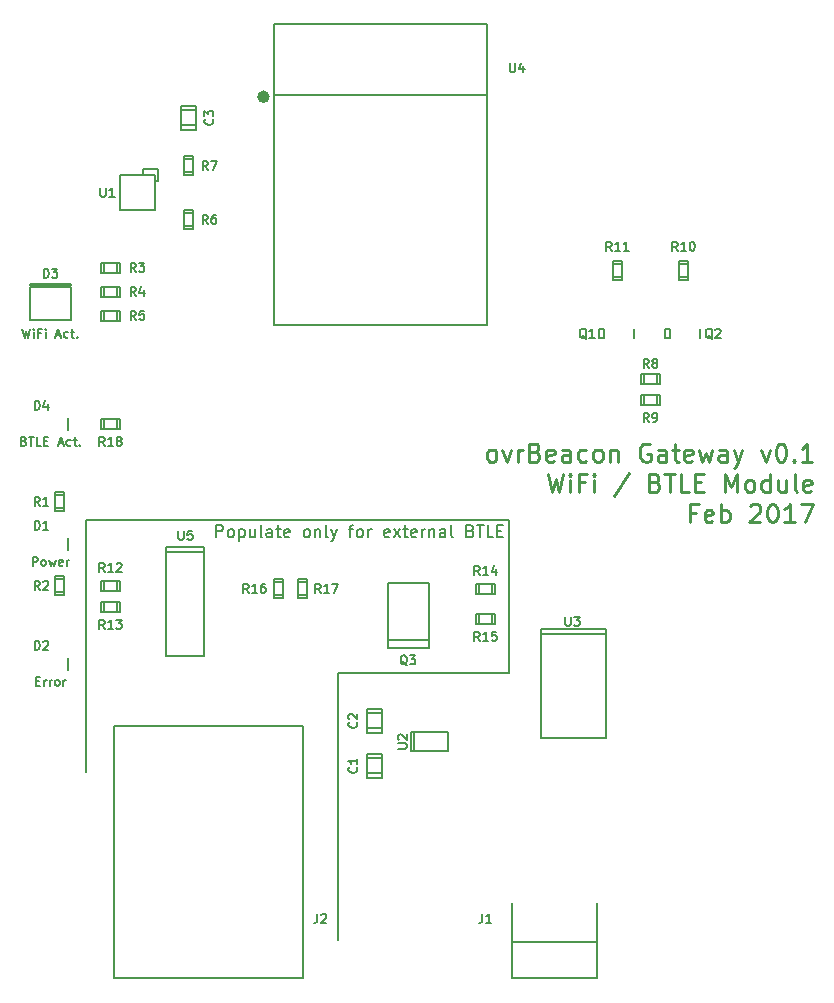
<source format=gbr>
G04 #@! TF.FileFunction,Legend,Top*
%FSLAX46Y46*%
G04 Gerber Fmt 4.6, Leading zero omitted, Abs format (unit mm)*
G04 Created by KiCad (PCBNEW 4.0.4-stable) date Friday, February 17, 2017 'PMt' 10:34:46 PM*
%MOMM*%
%LPD*%
G01*
G04 APERTURE LIST*
%ADD10C,0.100000*%
%ADD11C,0.177800*%
%ADD12C,0.200000*%
%ADD13C,0.279400*%
%ADD14C,0.190500*%
%ADD15C,0.127000*%
%ADD16C,0.150000*%
%ADD17C,0.203200*%
%ADD18C,0.500000*%
G04 APERTURE END LIST*
D10*
D11*
X113102575Y-80723619D02*
X113102575Y-79707619D01*
X113489622Y-79707619D01*
X113586384Y-79756000D01*
X113634765Y-79804381D01*
X113683146Y-79901143D01*
X113683146Y-80046286D01*
X113634765Y-80143048D01*
X113586384Y-80191429D01*
X113489622Y-80239810D01*
X113102575Y-80239810D01*
X114263718Y-80723619D02*
X114166956Y-80675238D01*
X114118575Y-80626857D01*
X114070194Y-80530095D01*
X114070194Y-80239810D01*
X114118575Y-80143048D01*
X114166956Y-80094667D01*
X114263718Y-80046286D01*
X114408860Y-80046286D01*
X114505622Y-80094667D01*
X114554003Y-80143048D01*
X114602384Y-80239810D01*
X114602384Y-80530095D01*
X114554003Y-80626857D01*
X114505622Y-80675238D01*
X114408860Y-80723619D01*
X114263718Y-80723619D01*
X115037813Y-80046286D02*
X115037813Y-81062286D01*
X115037813Y-80094667D02*
X115134575Y-80046286D01*
X115328098Y-80046286D01*
X115424860Y-80094667D01*
X115473241Y-80143048D01*
X115521622Y-80239810D01*
X115521622Y-80530095D01*
X115473241Y-80626857D01*
X115424860Y-80675238D01*
X115328098Y-80723619D01*
X115134575Y-80723619D01*
X115037813Y-80675238D01*
X116392479Y-80046286D02*
X116392479Y-80723619D01*
X115957051Y-80046286D02*
X115957051Y-80578476D01*
X116005432Y-80675238D01*
X116102194Y-80723619D01*
X116247336Y-80723619D01*
X116344098Y-80675238D01*
X116392479Y-80626857D01*
X117021432Y-80723619D02*
X116924670Y-80675238D01*
X116876289Y-80578476D01*
X116876289Y-79707619D01*
X117843907Y-80723619D02*
X117843907Y-80191429D01*
X117795526Y-80094667D01*
X117698764Y-80046286D01*
X117505241Y-80046286D01*
X117408479Y-80094667D01*
X117843907Y-80675238D02*
X117747145Y-80723619D01*
X117505241Y-80723619D01*
X117408479Y-80675238D01*
X117360098Y-80578476D01*
X117360098Y-80481714D01*
X117408479Y-80384952D01*
X117505241Y-80336571D01*
X117747145Y-80336571D01*
X117843907Y-80288190D01*
X118182574Y-80046286D02*
X118569622Y-80046286D01*
X118327717Y-79707619D02*
X118327717Y-80578476D01*
X118376098Y-80675238D01*
X118472860Y-80723619D01*
X118569622Y-80723619D01*
X119295335Y-80675238D02*
X119198573Y-80723619D01*
X119005050Y-80723619D01*
X118908288Y-80675238D01*
X118859907Y-80578476D01*
X118859907Y-80191429D01*
X118908288Y-80094667D01*
X119005050Y-80046286D01*
X119198573Y-80046286D01*
X119295335Y-80094667D01*
X119343716Y-80191429D01*
X119343716Y-80288190D01*
X118859907Y-80384952D01*
X120698383Y-80723619D02*
X120601621Y-80675238D01*
X120553240Y-80626857D01*
X120504859Y-80530095D01*
X120504859Y-80239810D01*
X120553240Y-80143048D01*
X120601621Y-80094667D01*
X120698383Y-80046286D01*
X120843525Y-80046286D01*
X120940287Y-80094667D01*
X120988668Y-80143048D01*
X121037049Y-80239810D01*
X121037049Y-80530095D01*
X120988668Y-80626857D01*
X120940287Y-80675238D01*
X120843525Y-80723619D01*
X120698383Y-80723619D01*
X121472478Y-80046286D02*
X121472478Y-80723619D01*
X121472478Y-80143048D02*
X121520859Y-80094667D01*
X121617621Y-80046286D01*
X121762763Y-80046286D01*
X121859525Y-80094667D01*
X121907906Y-80191429D01*
X121907906Y-80723619D01*
X122536859Y-80723619D02*
X122440097Y-80675238D01*
X122391716Y-80578476D01*
X122391716Y-79707619D01*
X122827144Y-80046286D02*
X123069049Y-80723619D01*
X123310953Y-80046286D02*
X123069049Y-80723619D01*
X122972287Y-80965524D01*
X122923906Y-81013905D01*
X122827144Y-81062286D01*
X124326953Y-80046286D02*
X124714001Y-80046286D01*
X124472096Y-80723619D02*
X124472096Y-79852762D01*
X124520477Y-79756000D01*
X124617239Y-79707619D01*
X124714001Y-79707619D01*
X125197810Y-80723619D02*
X125101048Y-80675238D01*
X125052667Y-80626857D01*
X125004286Y-80530095D01*
X125004286Y-80239810D01*
X125052667Y-80143048D01*
X125101048Y-80094667D01*
X125197810Y-80046286D01*
X125342952Y-80046286D01*
X125439714Y-80094667D01*
X125488095Y-80143048D01*
X125536476Y-80239810D01*
X125536476Y-80530095D01*
X125488095Y-80626857D01*
X125439714Y-80675238D01*
X125342952Y-80723619D01*
X125197810Y-80723619D01*
X125971905Y-80723619D02*
X125971905Y-80046286D01*
X125971905Y-80239810D02*
X126020286Y-80143048D01*
X126068667Y-80094667D01*
X126165429Y-80046286D01*
X126262190Y-80046286D01*
X127761999Y-80675238D02*
X127665237Y-80723619D01*
X127471714Y-80723619D01*
X127374952Y-80675238D01*
X127326571Y-80578476D01*
X127326571Y-80191429D01*
X127374952Y-80094667D01*
X127471714Y-80046286D01*
X127665237Y-80046286D01*
X127761999Y-80094667D01*
X127810380Y-80191429D01*
X127810380Y-80288190D01*
X127326571Y-80384952D01*
X128149047Y-80723619D02*
X128681237Y-80046286D01*
X128149047Y-80046286D02*
X128681237Y-80723619D01*
X128923142Y-80046286D02*
X129310190Y-80046286D01*
X129068285Y-79707619D02*
X129068285Y-80578476D01*
X129116666Y-80675238D01*
X129213428Y-80723619D01*
X129310190Y-80723619D01*
X130035903Y-80675238D02*
X129939141Y-80723619D01*
X129745618Y-80723619D01*
X129648856Y-80675238D01*
X129600475Y-80578476D01*
X129600475Y-80191429D01*
X129648856Y-80094667D01*
X129745618Y-80046286D01*
X129939141Y-80046286D01*
X130035903Y-80094667D01*
X130084284Y-80191429D01*
X130084284Y-80288190D01*
X129600475Y-80384952D01*
X130519713Y-80723619D02*
X130519713Y-80046286D01*
X130519713Y-80239810D02*
X130568094Y-80143048D01*
X130616475Y-80094667D01*
X130713237Y-80046286D01*
X130809998Y-80046286D01*
X131148665Y-80046286D02*
X131148665Y-80723619D01*
X131148665Y-80143048D02*
X131197046Y-80094667D01*
X131293808Y-80046286D01*
X131438950Y-80046286D01*
X131535712Y-80094667D01*
X131584093Y-80191429D01*
X131584093Y-80723619D01*
X132503331Y-80723619D02*
X132503331Y-80191429D01*
X132454950Y-80094667D01*
X132358188Y-80046286D01*
X132164665Y-80046286D01*
X132067903Y-80094667D01*
X132503331Y-80675238D02*
X132406569Y-80723619D01*
X132164665Y-80723619D01*
X132067903Y-80675238D01*
X132019522Y-80578476D01*
X132019522Y-80481714D01*
X132067903Y-80384952D01*
X132164665Y-80336571D01*
X132406569Y-80336571D01*
X132503331Y-80288190D01*
X133132284Y-80723619D02*
X133035522Y-80675238D01*
X132987141Y-80578476D01*
X132987141Y-79707619D01*
X134632092Y-80191429D02*
X134777235Y-80239810D01*
X134825616Y-80288190D01*
X134873997Y-80384952D01*
X134873997Y-80530095D01*
X134825616Y-80626857D01*
X134777235Y-80675238D01*
X134680473Y-80723619D01*
X134293426Y-80723619D01*
X134293426Y-79707619D01*
X134632092Y-79707619D01*
X134728854Y-79756000D01*
X134777235Y-79804381D01*
X134825616Y-79901143D01*
X134825616Y-79997905D01*
X134777235Y-80094667D01*
X134728854Y-80143048D01*
X134632092Y-80191429D01*
X134293426Y-80191429D01*
X135164283Y-79707619D02*
X135744854Y-79707619D01*
X135454569Y-80723619D02*
X135454569Y-79707619D01*
X136567330Y-80723619D02*
X136083521Y-80723619D01*
X136083521Y-79707619D01*
X136905997Y-80191429D02*
X137244663Y-80191429D01*
X137389806Y-80723619D02*
X136905997Y-80723619D01*
X136905997Y-79707619D01*
X137389806Y-79707619D01*
D12*
X123444000Y-92202000D02*
X123444000Y-114808000D01*
X137922000Y-92202000D02*
X123444000Y-92202000D01*
X137922000Y-79248000D02*
X137922000Y-92202000D01*
X102108000Y-79248000D02*
X137922000Y-79248000D01*
X102108000Y-100584000D02*
X102108000Y-79248000D01*
D13*
X136325427Y-74324029D02*
X136180285Y-74251457D01*
X136107713Y-74178886D01*
X136035142Y-74033743D01*
X136035142Y-73598314D01*
X136107713Y-73453171D01*
X136180285Y-73380600D01*
X136325427Y-73308029D01*
X136543142Y-73308029D01*
X136688285Y-73380600D01*
X136760856Y-73453171D01*
X136833427Y-73598314D01*
X136833427Y-74033743D01*
X136760856Y-74178886D01*
X136688285Y-74251457D01*
X136543142Y-74324029D01*
X136325427Y-74324029D01*
X137341427Y-73308029D02*
X137704284Y-74324029D01*
X138067142Y-73308029D01*
X138647713Y-74324029D02*
X138647713Y-73308029D01*
X138647713Y-73598314D02*
X138720285Y-73453171D01*
X138792856Y-73380600D01*
X138937999Y-73308029D01*
X139083142Y-73308029D01*
X140099142Y-73525743D02*
X140316856Y-73598314D01*
X140389428Y-73670886D01*
X140461999Y-73816029D01*
X140461999Y-74033743D01*
X140389428Y-74178886D01*
X140316856Y-74251457D01*
X140171714Y-74324029D01*
X139591142Y-74324029D01*
X139591142Y-72800029D01*
X140099142Y-72800029D01*
X140244285Y-72872600D01*
X140316856Y-72945171D01*
X140389428Y-73090314D01*
X140389428Y-73235457D01*
X140316856Y-73380600D01*
X140244285Y-73453171D01*
X140099142Y-73525743D01*
X139591142Y-73525743D01*
X141695714Y-74251457D02*
X141550571Y-74324029D01*
X141260285Y-74324029D01*
X141115142Y-74251457D01*
X141042571Y-74106314D01*
X141042571Y-73525743D01*
X141115142Y-73380600D01*
X141260285Y-73308029D01*
X141550571Y-73308029D01*
X141695714Y-73380600D01*
X141768285Y-73525743D01*
X141768285Y-73670886D01*
X141042571Y-73816029D01*
X143074571Y-74324029D02*
X143074571Y-73525743D01*
X143002000Y-73380600D01*
X142856857Y-73308029D01*
X142566571Y-73308029D01*
X142421428Y-73380600D01*
X143074571Y-74251457D02*
X142929428Y-74324029D01*
X142566571Y-74324029D01*
X142421428Y-74251457D01*
X142348857Y-74106314D01*
X142348857Y-73961171D01*
X142421428Y-73816029D01*
X142566571Y-73743457D01*
X142929428Y-73743457D01*
X143074571Y-73670886D01*
X144453428Y-74251457D02*
X144308285Y-74324029D01*
X144017999Y-74324029D01*
X143872857Y-74251457D01*
X143800285Y-74178886D01*
X143727714Y-74033743D01*
X143727714Y-73598314D01*
X143800285Y-73453171D01*
X143872857Y-73380600D01*
X144017999Y-73308029D01*
X144308285Y-73308029D01*
X144453428Y-73380600D01*
X145324285Y-74324029D02*
X145179143Y-74251457D01*
X145106571Y-74178886D01*
X145034000Y-74033743D01*
X145034000Y-73598314D01*
X145106571Y-73453171D01*
X145179143Y-73380600D01*
X145324285Y-73308029D01*
X145542000Y-73308029D01*
X145687143Y-73380600D01*
X145759714Y-73453171D01*
X145832285Y-73598314D01*
X145832285Y-74033743D01*
X145759714Y-74178886D01*
X145687143Y-74251457D01*
X145542000Y-74324029D01*
X145324285Y-74324029D01*
X146485428Y-73308029D02*
X146485428Y-74324029D01*
X146485428Y-73453171D02*
X146558000Y-73380600D01*
X146703142Y-73308029D01*
X146920857Y-73308029D01*
X147066000Y-73380600D01*
X147138571Y-73525743D01*
X147138571Y-74324029D01*
X149823714Y-72872600D02*
X149678571Y-72800029D01*
X149460857Y-72800029D01*
X149243142Y-72872600D01*
X149098000Y-73017743D01*
X149025428Y-73162886D01*
X148952857Y-73453171D01*
X148952857Y-73670886D01*
X149025428Y-73961171D01*
X149098000Y-74106314D01*
X149243142Y-74251457D01*
X149460857Y-74324029D01*
X149606000Y-74324029D01*
X149823714Y-74251457D01*
X149896285Y-74178886D01*
X149896285Y-73670886D01*
X149606000Y-73670886D01*
X151202571Y-74324029D02*
X151202571Y-73525743D01*
X151130000Y-73380600D01*
X150984857Y-73308029D01*
X150694571Y-73308029D01*
X150549428Y-73380600D01*
X151202571Y-74251457D02*
X151057428Y-74324029D01*
X150694571Y-74324029D01*
X150549428Y-74251457D01*
X150476857Y-74106314D01*
X150476857Y-73961171D01*
X150549428Y-73816029D01*
X150694571Y-73743457D01*
X151057428Y-73743457D01*
X151202571Y-73670886D01*
X151710571Y-73308029D02*
X152291142Y-73308029D01*
X151928285Y-72800029D02*
X151928285Y-74106314D01*
X152000857Y-74251457D01*
X152145999Y-74324029D01*
X152291142Y-74324029D01*
X153379714Y-74251457D02*
X153234571Y-74324029D01*
X152944285Y-74324029D01*
X152799142Y-74251457D01*
X152726571Y-74106314D01*
X152726571Y-73525743D01*
X152799142Y-73380600D01*
X152944285Y-73308029D01*
X153234571Y-73308029D01*
X153379714Y-73380600D01*
X153452285Y-73525743D01*
X153452285Y-73670886D01*
X152726571Y-73816029D01*
X153960285Y-73308029D02*
X154250571Y-74324029D01*
X154540857Y-73598314D01*
X154831142Y-74324029D01*
X155121428Y-73308029D01*
X156355142Y-74324029D02*
X156355142Y-73525743D01*
X156282571Y-73380600D01*
X156137428Y-73308029D01*
X155847142Y-73308029D01*
X155701999Y-73380600D01*
X156355142Y-74251457D02*
X156209999Y-74324029D01*
X155847142Y-74324029D01*
X155701999Y-74251457D01*
X155629428Y-74106314D01*
X155629428Y-73961171D01*
X155701999Y-73816029D01*
X155847142Y-73743457D01*
X156209999Y-73743457D01*
X156355142Y-73670886D01*
X156935713Y-73308029D02*
X157298570Y-74324029D01*
X157661428Y-73308029D02*
X157298570Y-74324029D01*
X157153428Y-74686886D01*
X157080856Y-74759457D01*
X156935713Y-74832029D01*
X159257999Y-73308029D02*
X159620856Y-74324029D01*
X159983714Y-73308029D01*
X160854571Y-72800029D02*
X160999714Y-72800029D01*
X161144857Y-72872600D01*
X161217428Y-72945171D01*
X161289999Y-73090314D01*
X161362571Y-73380600D01*
X161362571Y-73743457D01*
X161289999Y-74033743D01*
X161217428Y-74178886D01*
X161144857Y-74251457D01*
X160999714Y-74324029D01*
X160854571Y-74324029D01*
X160709428Y-74251457D01*
X160636857Y-74178886D01*
X160564285Y-74033743D01*
X160491714Y-73743457D01*
X160491714Y-73380600D01*
X160564285Y-73090314D01*
X160636857Y-72945171D01*
X160709428Y-72872600D01*
X160854571Y-72800029D01*
X162015714Y-74178886D02*
X162088286Y-74251457D01*
X162015714Y-74324029D01*
X161943143Y-74251457D01*
X162015714Y-74178886D01*
X162015714Y-74324029D01*
X163539714Y-74324029D02*
X162668857Y-74324029D01*
X163104285Y-74324029D02*
X163104285Y-72800029D01*
X162959142Y-73017743D01*
X162814000Y-73162886D01*
X162668857Y-73235457D01*
X141187715Y-75365429D02*
X141550572Y-76889429D01*
X141840858Y-75800857D01*
X142131144Y-76889429D01*
X142494001Y-75365429D01*
X143074572Y-76889429D02*
X143074572Y-75873429D01*
X143074572Y-75365429D02*
X143002001Y-75438000D01*
X143074572Y-75510571D01*
X143147144Y-75438000D01*
X143074572Y-75365429D01*
X143074572Y-75510571D01*
X144308286Y-76091143D02*
X143800286Y-76091143D01*
X143800286Y-76889429D02*
X143800286Y-75365429D01*
X144526000Y-75365429D01*
X145106572Y-76889429D02*
X145106572Y-75873429D01*
X145106572Y-75365429D02*
X145034001Y-75438000D01*
X145106572Y-75510571D01*
X145179144Y-75438000D01*
X145106572Y-75365429D01*
X145106572Y-75510571D01*
X148082001Y-75292857D02*
X146775715Y-77252286D01*
X150259143Y-76091143D02*
X150476857Y-76163714D01*
X150549429Y-76236286D01*
X150622000Y-76381429D01*
X150622000Y-76599143D01*
X150549429Y-76744286D01*
X150476857Y-76816857D01*
X150331715Y-76889429D01*
X149751143Y-76889429D01*
X149751143Y-75365429D01*
X150259143Y-75365429D01*
X150404286Y-75438000D01*
X150476857Y-75510571D01*
X150549429Y-75655714D01*
X150549429Y-75800857D01*
X150476857Y-75946000D01*
X150404286Y-76018571D01*
X150259143Y-76091143D01*
X149751143Y-76091143D01*
X151057429Y-75365429D02*
X151928286Y-75365429D01*
X151492857Y-76889429D02*
X151492857Y-75365429D01*
X153162000Y-76889429D02*
X152436286Y-76889429D01*
X152436286Y-75365429D01*
X153670000Y-76091143D02*
X154178000Y-76091143D01*
X154395714Y-76889429D02*
X153670000Y-76889429D01*
X153670000Y-75365429D01*
X154395714Y-75365429D01*
X156210000Y-76889429D02*
X156210000Y-75365429D01*
X156718000Y-76454000D01*
X157226000Y-75365429D01*
X157226000Y-76889429D01*
X158169428Y-76889429D02*
X158024286Y-76816857D01*
X157951714Y-76744286D01*
X157879143Y-76599143D01*
X157879143Y-76163714D01*
X157951714Y-76018571D01*
X158024286Y-75946000D01*
X158169428Y-75873429D01*
X158387143Y-75873429D01*
X158532286Y-75946000D01*
X158604857Y-76018571D01*
X158677428Y-76163714D01*
X158677428Y-76599143D01*
X158604857Y-76744286D01*
X158532286Y-76816857D01*
X158387143Y-76889429D01*
X158169428Y-76889429D01*
X159983714Y-76889429D02*
X159983714Y-75365429D01*
X159983714Y-76816857D02*
X159838571Y-76889429D01*
X159548285Y-76889429D01*
X159403143Y-76816857D01*
X159330571Y-76744286D01*
X159258000Y-76599143D01*
X159258000Y-76163714D01*
X159330571Y-76018571D01*
X159403143Y-75946000D01*
X159548285Y-75873429D01*
X159838571Y-75873429D01*
X159983714Y-75946000D01*
X161362571Y-75873429D02*
X161362571Y-76889429D01*
X160709428Y-75873429D02*
X160709428Y-76671714D01*
X160782000Y-76816857D01*
X160927142Y-76889429D01*
X161144857Y-76889429D01*
X161290000Y-76816857D01*
X161362571Y-76744286D01*
X162305999Y-76889429D02*
X162160857Y-76816857D01*
X162088285Y-76671714D01*
X162088285Y-75365429D01*
X163467143Y-76816857D02*
X163322000Y-76889429D01*
X163031714Y-76889429D01*
X162886571Y-76816857D01*
X162814000Y-76671714D01*
X162814000Y-76091143D01*
X162886571Y-75946000D01*
X163031714Y-75873429D01*
X163322000Y-75873429D01*
X163467143Y-75946000D01*
X163539714Y-76091143D01*
X163539714Y-76236286D01*
X162814000Y-76381429D01*
X153742569Y-78656543D02*
X153234569Y-78656543D01*
X153234569Y-79454829D02*
X153234569Y-77930829D01*
X153960283Y-77930829D01*
X155121427Y-79382257D02*
X154976284Y-79454829D01*
X154685998Y-79454829D01*
X154540855Y-79382257D01*
X154468284Y-79237114D01*
X154468284Y-78656543D01*
X154540855Y-78511400D01*
X154685998Y-78438829D01*
X154976284Y-78438829D01*
X155121427Y-78511400D01*
X155193998Y-78656543D01*
X155193998Y-78801686D01*
X154468284Y-78946829D01*
X155847141Y-79454829D02*
X155847141Y-77930829D01*
X155847141Y-78511400D02*
X155992284Y-78438829D01*
X156282570Y-78438829D01*
X156427713Y-78511400D01*
X156500284Y-78583971D01*
X156572855Y-78729114D01*
X156572855Y-79164543D01*
X156500284Y-79309686D01*
X156427713Y-79382257D01*
X156282570Y-79454829D01*
X155992284Y-79454829D01*
X155847141Y-79382257D01*
X158314570Y-78075971D02*
X158387141Y-78003400D01*
X158532284Y-77930829D01*
X158895141Y-77930829D01*
X159040284Y-78003400D01*
X159112855Y-78075971D01*
X159185427Y-78221114D01*
X159185427Y-78366257D01*
X159112855Y-78583971D01*
X158241998Y-79454829D01*
X159185427Y-79454829D01*
X160128856Y-77930829D02*
X160273999Y-77930829D01*
X160419142Y-78003400D01*
X160491713Y-78075971D01*
X160564284Y-78221114D01*
X160636856Y-78511400D01*
X160636856Y-78874257D01*
X160564284Y-79164543D01*
X160491713Y-79309686D01*
X160419142Y-79382257D01*
X160273999Y-79454829D01*
X160128856Y-79454829D01*
X159983713Y-79382257D01*
X159911142Y-79309686D01*
X159838570Y-79164543D01*
X159765999Y-78874257D01*
X159765999Y-78511400D01*
X159838570Y-78221114D01*
X159911142Y-78075971D01*
X159983713Y-78003400D01*
X160128856Y-77930829D01*
X162088285Y-79454829D02*
X161217428Y-79454829D01*
X161652856Y-79454829D02*
X161652856Y-77930829D01*
X161507713Y-78148543D01*
X161362571Y-78293686D01*
X161217428Y-78366257D01*
X162596285Y-77930829D02*
X163612285Y-77930829D01*
X162959142Y-79454829D01*
D14*
X96701429Y-63082714D02*
X96882858Y-63844714D01*
X97028001Y-63300429D01*
X97173143Y-63844714D01*
X97354572Y-63082714D01*
X97644858Y-63844714D02*
X97644858Y-63336714D01*
X97644858Y-63082714D02*
X97608572Y-63119000D01*
X97644858Y-63155286D01*
X97681143Y-63119000D01*
X97644858Y-63082714D01*
X97644858Y-63155286D01*
X98261715Y-63445571D02*
X98007715Y-63445571D01*
X98007715Y-63844714D02*
X98007715Y-63082714D01*
X98370572Y-63082714D01*
X98660858Y-63844714D02*
X98660858Y-63336714D01*
X98660858Y-63082714D02*
X98624572Y-63119000D01*
X98660858Y-63155286D01*
X98697143Y-63119000D01*
X98660858Y-63082714D01*
X98660858Y-63155286D01*
X99568000Y-63627000D02*
X99930857Y-63627000D01*
X99495428Y-63844714D02*
X99749428Y-63082714D01*
X100003428Y-63844714D01*
X100584000Y-63808429D02*
X100511429Y-63844714D01*
X100366286Y-63844714D01*
X100293714Y-63808429D01*
X100257429Y-63772143D01*
X100221143Y-63699571D01*
X100221143Y-63481857D01*
X100257429Y-63409286D01*
X100293714Y-63373000D01*
X100366286Y-63336714D01*
X100511429Y-63336714D01*
X100584000Y-63373000D01*
X100801714Y-63336714D02*
X101092000Y-63336714D01*
X100910572Y-63082714D02*
X100910572Y-63735857D01*
X100946857Y-63808429D01*
X101019429Y-63844714D01*
X101092000Y-63844714D01*
X101346001Y-63772143D02*
X101382286Y-63808429D01*
X101346001Y-63844714D01*
X101309715Y-63808429D01*
X101346001Y-63772143D01*
X101346001Y-63844714D01*
X97844429Y-92909571D02*
X98098429Y-92909571D01*
X98207286Y-93308714D02*
X97844429Y-93308714D01*
X97844429Y-92546714D01*
X98207286Y-92546714D01*
X98533858Y-93308714D02*
X98533858Y-92800714D01*
X98533858Y-92945857D02*
X98570143Y-92873286D01*
X98606429Y-92837000D01*
X98679000Y-92800714D01*
X98751572Y-92800714D01*
X99005572Y-93308714D02*
X99005572Y-92800714D01*
X99005572Y-92945857D02*
X99041857Y-92873286D01*
X99078143Y-92837000D01*
X99150714Y-92800714D01*
X99223286Y-92800714D01*
X99586143Y-93308714D02*
X99513571Y-93272429D01*
X99477286Y-93236143D01*
X99441000Y-93163571D01*
X99441000Y-92945857D01*
X99477286Y-92873286D01*
X99513571Y-92837000D01*
X99586143Y-92800714D01*
X99695000Y-92800714D01*
X99767571Y-92837000D01*
X99803857Y-92873286D01*
X99840143Y-92945857D01*
X99840143Y-93163571D01*
X99803857Y-93236143D01*
X99767571Y-93272429D01*
X99695000Y-93308714D01*
X99586143Y-93308714D01*
X100166715Y-93308714D02*
X100166715Y-92800714D01*
X100166715Y-92945857D02*
X100203000Y-92873286D01*
X100239286Y-92837000D01*
X100311857Y-92800714D01*
X100384429Y-92800714D01*
X96828429Y-72589571D02*
X96937286Y-72625857D01*
X96973571Y-72662143D01*
X97009857Y-72734714D01*
X97009857Y-72843571D01*
X96973571Y-72916143D01*
X96937286Y-72952429D01*
X96864714Y-72988714D01*
X96574429Y-72988714D01*
X96574429Y-72226714D01*
X96828429Y-72226714D01*
X96901000Y-72263000D01*
X96937286Y-72299286D01*
X96973571Y-72371857D01*
X96973571Y-72444429D01*
X96937286Y-72517000D01*
X96901000Y-72553286D01*
X96828429Y-72589571D01*
X96574429Y-72589571D01*
X97227571Y-72226714D02*
X97663000Y-72226714D01*
X97445286Y-72988714D02*
X97445286Y-72226714D01*
X98279857Y-72988714D02*
X97917000Y-72988714D01*
X97917000Y-72226714D01*
X98533857Y-72589571D02*
X98787857Y-72589571D01*
X98896714Y-72988714D02*
X98533857Y-72988714D01*
X98533857Y-72226714D01*
X98896714Y-72226714D01*
X99767571Y-72771000D02*
X100130428Y-72771000D01*
X99694999Y-72988714D02*
X99948999Y-72226714D01*
X100202999Y-72988714D01*
X100783571Y-72952429D02*
X100711000Y-72988714D01*
X100565857Y-72988714D01*
X100493285Y-72952429D01*
X100457000Y-72916143D01*
X100420714Y-72843571D01*
X100420714Y-72625857D01*
X100457000Y-72553286D01*
X100493285Y-72517000D01*
X100565857Y-72480714D01*
X100711000Y-72480714D01*
X100783571Y-72517000D01*
X101001285Y-72480714D02*
X101291571Y-72480714D01*
X101110143Y-72226714D02*
X101110143Y-72879857D01*
X101146428Y-72952429D01*
X101219000Y-72988714D01*
X101291571Y-72988714D01*
X101545572Y-72916143D02*
X101581857Y-72952429D01*
X101545572Y-72988714D01*
X101509286Y-72952429D01*
X101545572Y-72916143D01*
X101545572Y-72988714D01*
X97554143Y-83148714D02*
X97554143Y-82386714D01*
X97844428Y-82386714D01*
X97917000Y-82423000D01*
X97953285Y-82459286D01*
X97989571Y-82531857D01*
X97989571Y-82640714D01*
X97953285Y-82713286D01*
X97917000Y-82749571D01*
X97844428Y-82785857D01*
X97554143Y-82785857D01*
X98425000Y-83148714D02*
X98352428Y-83112429D01*
X98316143Y-83076143D01*
X98279857Y-83003571D01*
X98279857Y-82785857D01*
X98316143Y-82713286D01*
X98352428Y-82677000D01*
X98425000Y-82640714D01*
X98533857Y-82640714D01*
X98606428Y-82677000D01*
X98642714Y-82713286D01*
X98679000Y-82785857D01*
X98679000Y-83003571D01*
X98642714Y-83076143D01*
X98606428Y-83112429D01*
X98533857Y-83148714D01*
X98425000Y-83148714D01*
X98933000Y-82640714D02*
X99078143Y-83148714D01*
X99223286Y-82785857D01*
X99368429Y-83148714D01*
X99513572Y-82640714D01*
X100094143Y-83112429D02*
X100021572Y-83148714D01*
X99876429Y-83148714D01*
X99803858Y-83112429D01*
X99767572Y-83039857D01*
X99767572Y-82749571D01*
X99803858Y-82677000D01*
X99876429Y-82640714D01*
X100021572Y-82640714D01*
X100094143Y-82677000D01*
X100130429Y-82749571D01*
X100130429Y-82822143D01*
X99767572Y-82894714D01*
X100457001Y-83148714D02*
X100457001Y-82640714D01*
X100457001Y-82785857D02*
X100493286Y-82713286D01*
X100529572Y-82677000D01*
X100602143Y-82640714D01*
X100674715Y-82640714D01*
D15*
X111379000Y-45847000D02*
X110109000Y-45847000D01*
X111379000Y-44577000D02*
X110134400Y-44577000D01*
X111379000Y-44196000D02*
X111379000Y-46228000D01*
X111379000Y-46228000D02*
X110109000Y-46228000D01*
X110109000Y-46228000D02*
X110109000Y-44196000D01*
X110109000Y-44196000D02*
X111379000Y-44196000D01*
X127127000Y-100711000D02*
X125857000Y-100711000D01*
X127127000Y-99441000D02*
X125882400Y-99441000D01*
X127127000Y-99060000D02*
X127127000Y-101092000D01*
X127127000Y-101092000D02*
X125857000Y-101092000D01*
X125857000Y-101092000D02*
X125857000Y-99060000D01*
X125857000Y-99060000D02*
X127127000Y-99060000D01*
X125857000Y-95631000D02*
X127127000Y-95631000D01*
X125857000Y-96901000D02*
X127101600Y-96901000D01*
X125857000Y-97282000D02*
X125857000Y-95250000D01*
X125857000Y-95250000D02*
X127127000Y-95250000D01*
X127127000Y-95250000D02*
X127127000Y-97282000D01*
X127127000Y-97282000D02*
X125857000Y-97282000D01*
D16*
X100560000Y-81780000D02*
X100560000Y-80780000D01*
X100560000Y-91940000D02*
X100560000Y-90940000D01*
X97310000Y-59260000D02*
X100810000Y-59260000D01*
X97310000Y-59410000D02*
X100810000Y-59410000D01*
X100810000Y-59560000D02*
X97310000Y-59560000D01*
X100810000Y-62360000D02*
X100810000Y-59560000D01*
X97310000Y-62360000D02*
X100810000Y-62360000D01*
X97310000Y-59560000D02*
X97310000Y-62360000D01*
D17*
X104450000Y-96738000D02*
X104450000Y-118038000D01*
X104450000Y-118038000D02*
X120450000Y-118038000D01*
X120450000Y-118038000D02*
X120450000Y-96738000D01*
X120450000Y-96738000D02*
X104450000Y-96738000D01*
X104450000Y-100838000D02*
X104450000Y-116838000D01*
X120450000Y-100838000D02*
X120450000Y-116838000D01*
D16*
X148450000Y-63070000D02*
X148450000Y-63870000D01*
X145550000Y-63870000D02*
X145550000Y-63070000D01*
X145550000Y-63070000D02*
X145950000Y-63070000D01*
X145950000Y-63070000D02*
X145950000Y-63870000D01*
X145950000Y-63870000D02*
X145550000Y-63870000D01*
X154038000Y-63070000D02*
X154038000Y-63870000D01*
X151138000Y-63870000D02*
X151138000Y-63070000D01*
X151138000Y-63070000D02*
X151538000Y-63070000D01*
X151538000Y-63070000D02*
X151538000Y-63870000D01*
X151538000Y-63870000D02*
X151138000Y-63870000D01*
D17*
X127680000Y-89400000D02*
X127680000Y-90100000D01*
X127680000Y-90100000D02*
X131080000Y-90100000D01*
X131080000Y-90100000D02*
X131080000Y-89400000D01*
X127680000Y-89400000D02*
X127680000Y-84600000D01*
X127680000Y-84600000D02*
X131080000Y-84600000D01*
X131080000Y-84600000D02*
X131080000Y-89400000D01*
X131080000Y-89400000D02*
X127680000Y-89400000D01*
D15*
X99415600Y-78282800D02*
X100228400Y-78282800D01*
X100203000Y-77165200D02*
X99415600Y-77165200D01*
X100228400Y-76911200D02*
X100228400Y-78536800D01*
X100228400Y-78536800D02*
X99415600Y-78536800D01*
X99415600Y-78536800D02*
X99415600Y-76911200D01*
X99415600Y-76911200D02*
X100228400Y-76911200D01*
X99415600Y-85394800D02*
X100228400Y-85394800D01*
X100203000Y-84277200D02*
X99415600Y-84277200D01*
X100228400Y-84023200D02*
X100228400Y-85648800D01*
X100228400Y-85648800D02*
X99415600Y-85648800D01*
X99415600Y-85648800D02*
X99415600Y-84023200D01*
X99415600Y-84023200D02*
X100228400Y-84023200D01*
X103581200Y-57505600D02*
X103581200Y-58318400D01*
X104698800Y-58293000D02*
X104698800Y-57505600D01*
X104952800Y-58318400D02*
X103327200Y-58318400D01*
X103327200Y-58318400D02*
X103327200Y-57505600D01*
X103327200Y-57505600D02*
X104952800Y-57505600D01*
X104952800Y-57505600D02*
X104952800Y-58318400D01*
X103581200Y-59537600D02*
X103581200Y-60350400D01*
X104698800Y-60325000D02*
X104698800Y-59537600D01*
X104952800Y-60350400D02*
X103327200Y-60350400D01*
X103327200Y-60350400D02*
X103327200Y-59537600D01*
X103327200Y-59537600D02*
X104952800Y-59537600D01*
X104952800Y-59537600D02*
X104952800Y-60350400D01*
X103581200Y-61569600D02*
X103581200Y-62382400D01*
X104698800Y-62357000D02*
X104698800Y-61569600D01*
X104952800Y-62382400D02*
X103327200Y-62382400D01*
X103327200Y-62382400D02*
X103327200Y-61569600D01*
X103327200Y-61569600D02*
X104952800Y-61569600D01*
X104952800Y-61569600D02*
X104952800Y-62382400D01*
X110337600Y-54406800D02*
X111150400Y-54406800D01*
X111125000Y-53289200D02*
X110337600Y-53289200D01*
X111150400Y-53035200D02*
X111150400Y-54660800D01*
X111150400Y-54660800D02*
X110337600Y-54660800D01*
X110337600Y-54660800D02*
X110337600Y-53035200D01*
X110337600Y-53035200D02*
X111150400Y-53035200D01*
X111150400Y-48717200D02*
X110337600Y-48717200D01*
X110363000Y-49834800D02*
X111150400Y-49834800D01*
X110337600Y-50088800D02*
X110337600Y-48463200D01*
X110337600Y-48463200D02*
X111150400Y-48463200D01*
X111150400Y-48463200D02*
X111150400Y-50088800D01*
X111150400Y-50088800D02*
X110337600Y-50088800D01*
X149301200Y-66903600D02*
X149301200Y-67716400D01*
X150418800Y-67691000D02*
X150418800Y-66903600D01*
X150672800Y-67716400D02*
X149047200Y-67716400D01*
X149047200Y-67716400D02*
X149047200Y-66903600D01*
X149047200Y-66903600D02*
X150672800Y-66903600D01*
X150672800Y-66903600D02*
X150672800Y-67716400D01*
X150418800Y-69494400D02*
X150418800Y-68681600D01*
X149301200Y-68707000D02*
X149301200Y-69494400D01*
X149047200Y-68681600D02*
X150672800Y-68681600D01*
X150672800Y-68681600D02*
X150672800Y-69494400D01*
X150672800Y-69494400D02*
X149047200Y-69494400D01*
X149047200Y-69494400D02*
X149047200Y-68681600D01*
X153060400Y-57607200D02*
X152247600Y-57607200D01*
X152273000Y-58724800D02*
X153060400Y-58724800D01*
X152247600Y-58978800D02*
X152247600Y-57353200D01*
X152247600Y-57353200D02*
X153060400Y-57353200D01*
X153060400Y-57353200D02*
X153060400Y-58978800D01*
X153060400Y-58978800D02*
X152247600Y-58978800D01*
X147472400Y-57607200D02*
X146659600Y-57607200D01*
X146685000Y-58724800D02*
X147472400Y-58724800D01*
X146659600Y-58978800D02*
X146659600Y-57353200D01*
X146659600Y-57353200D02*
X147472400Y-57353200D01*
X147472400Y-57353200D02*
X147472400Y-58978800D01*
X147472400Y-58978800D02*
X146659600Y-58978800D01*
X103581200Y-84429600D02*
X103581200Y-85242400D01*
X104698800Y-85217000D02*
X104698800Y-84429600D01*
X104952800Y-85242400D02*
X103327200Y-85242400D01*
X103327200Y-85242400D02*
X103327200Y-84429600D01*
X103327200Y-84429600D02*
X104952800Y-84429600D01*
X104952800Y-84429600D02*
X104952800Y-85242400D01*
X104698800Y-87020400D02*
X104698800Y-86207600D01*
X103581200Y-86233000D02*
X103581200Y-87020400D01*
X103327200Y-86207600D02*
X104952800Y-86207600D01*
X104952800Y-86207600D02*
X104952800Y-87020400D01*
X104952800Y-87020400D02*
X103327200Y-87020400D01*
X103327200Y-87020400D02*
X103327200Y-86207600D01*
X136448800Y-85496400D02*
X136448800Y-84683600D01*
X135331200Y-84709000D02*
X135331200Y-85496400D01*
X135077200Y-84683600D02*
X136702800Y-84683600D01*
X136702800Y-84683600D02*
X136702800Y-85496400D01*
X136702800Y-85496400D02*
X135077200Y-85496400D01*
X135077200Y-85496400D02*
X135077200Y-84683600D01*
X135331200Y-87223600D02*
X135331200Y-88036400D01*
X136448800Y-88011000D02*
X136448800Y-87223600D01*
X136702800Y-88036400D02*
X135077200Y-88036400D01*
X135077200Y-88036400D02*
X135077200Y-87223600D01*
X135077200Y-87223600D02*
X136702800Y-87223600D01*
X136702800Y-87223600D02*
X136702800Y-88036400D01*
X117957600Y-85648800D02*
X118770400Y-85648800D01*
X118745000Y-84531200D02*
X117957600Y-84531200D01*
X118770400Y-84277200D02*
X118770400Y-85902800D01*
X118770400Y-85902800D02*
X117957600Y-85902800D01*
X117957600Y-85902800D02*
X117957600Y-84277200D01*
X117957600Y-84277200D02*
X118770400Y-84277200D01*
X119989600Y-85648800D02*
X120802400Y-85648800D01*
X120777000Y-84531200D02*
X119989600Y-84531200D01*
X120802400Y-84277200D02*
X120802400Y-85902800D01*
X120802400Y-85902800D02*
X119989600Y-85902800D01*
X119989600Y-85902800D02*
X119989600Y-84277200D01*
X119989600Y-84277200D02*
X120802400Y-84277200D01*
D16*
X106926000Y-49512000D02*
X106926000Y-50062000D01*
X108176000Y-49512000D02*
X106926000Y-49512000D01*
X108176000Y-50562000D02*
X108176000Y-49512000D01*
X107976000Y-50562000D02*
X108176000Y-50562000D01*
X107926000Y-53062000D02*
X107926000Y-50062000D01*
X104926000Y-53062000D02*
X107926000Y-53062000D01*
X104926000Y-50062000D02*
X104926000Y-53062000D01*
X107926000Y-50062000D02*
X104926000Y-50062000D01*
X129618000Y-97244000D02*
X129918000Y-97244000D01*
X129618000Y-98844000D02*
X129618000Y-97244000D01*
X129868000Y-98844000D02*
X129618000Y-98844000D01*
X129868000Y-97244000D02*
X129868000Y-98844000D01*
X132768000Y-97244000D02*
X129868000Y-97244000D01*
X132768000Y-98844000D02*
X132768000Y-97244000D01*
X129868000Y-98844000D02*
X132768000Y-98844000D01*
D17*
X140589000Y-88900000D02*
X146113500Y-88900000D01*
X140589000Y-88519000D02*
X140589000Y-97726500D01*
X140589000Y-97726500D02*
X146113500Y-97726500D01*
X146113500Y-97726500D02*
X146113500Y-88519000D01*
X146113500Y-88519000D02*
X140589000Y-88519000D01*
D18*
X117377981Y-43434000D02*
G75*
G03X117377981Y-43434000I-283981J0D01*
G01*
D16*
X136000000Y-43288000D02*
X118000000Y-43288000D01*
X118000000Y-37288000D02*
X118000000Y-62788000D01*
X136000000Y-37288000D02*
X136000000Y-62788000D01*
X136000000Y-62788000D02*
X118000000Y-62788000D01*
X136000000Y-37288000D02*
X118000000Y-37288000D01*
D17*
X108890000Y-81960000D02*
X108890000Y-81560000D01*
X108890000Y-81560000D02*
X112090000Y-81560000D01*
X112090000Y-81560000D02*
X112090000Y-81960000D01*
X108890000Y-81960000D02*
X112090000Y-81960000D01*
X112090000Y-81960000D02*
X112090000Y-90760000D01*
X112090000Y-90760000D02*
X108890000Y-90760000D01*
X108890000Y-90760000D02*
X108890000Y-81960000D01*
D16*
X138132000Y-118038000D02*
X138132000Y-111688000D01*
X145332000Y-118038000D02*
X145332000Y-111688000D01*
X145332000Y-118038000D02*
X138132000Y-118038000D01*
X145332000Y-115038000D02*
X138132000Y-115038000D01*
X100560000Y-71620000D02*
X100560000Y-70620000D01*
D15*
X103581200Y-70713600D02*
X103581200Y-71526400D01*
X104698800Y-71501000D02*
X104698800Y-70713600D01*
X104952800Y-71526400D02*
X103327200Y-71526400D01*
X103327200Y-71526400D02*
X103327200Y-70713600D01*
X103327200Y-70713600D02*
X104952800Y-70713600D01*
X104952800Y-70713600D02*
X104952800Y-71526400D01*
D14*
X112794143Y-45339000D02*
X112830429Y-45375286D01*
X112866714Y-45484143D01*
X112866714Y-45556714D01*
X112830429Y-45665571D01*
X112757857Y-45738143D01*
X112685286Y-45774428D01*
X112540143Y-45810714D01*
X112431286Y-45810714D01*
X112286143Y-45774428D01*
X112213571Y-45738143D01*
X112141000Y-45665571D01*
X112104714Y-45556714D01*
X112104714Y-45484143D01*
X112141000Y-45375286D01*
X112177286Y-45339000D01*
X112104714Y-45085000D02*
X112104714Y-44613286D01*
X112395000Y-44867286D01*
X112395000Y-44758428D01*
X112431286Y-44685857D01*
X112467571Y-44649571D01*
X112540143Y-44613286D01*
X112721571Y-44613286D01*
X112794143Y-44649571D01*
X112830429Y-44685857D01*
X112866714Y-44758428D01*
X112866714Y-44976143D01*
X112830429Y-45048714D01*
X112794143Y-45085000D01*
X124986143Y-100203000D02*
X125022429Y-100239286D01*
X125058714Y-100348143D01*
X125058714Y-100420714D01*
X125022429Y-100529571D01*
X124949857Y-100602143D01*
X124877286Y-100638428D01*
X124732143Y-100674714D01*
X124623286Y-100674714D01*
X124478143Y-100638428D01*
X124405571Y-100602143D01*
X124333000Y-100529571D01*
X124296714Y-100420714D01*
X124296714Y-100348143D01*
X124333000Y-100239286D01*
X124369286Y-100203000D01*
X125058714Y-99477286D02*
X125058714Y-99912714D01*
X125058714Y-99695000D02*
X124296714Y-99695000D01*
X124405571Y-99767571D01*
X124478143Y-99840143D01*
X124514429Y-99912714D01*
X124986143Y-96393000D02*
X125022429Y-96429286D01*
X125058714Y-96538143D01*
X125058714Y-96610714D01*
X125022429Y-96719571D01*
X124949857Y-96792143D01*
X124877286Y-96828428D01*
X124732143Y-96864714D01*
X124623286Y-96864714D01*
X124478143Y-96828428D01*
X124405571Y-96792143D01*
X124333000Y-96719571D01*
X124296714Y-96610714D01*
X124296714Y-96538143D01*
X124333000Y-96429286D01*
X124369286Y-96393000D01*
X124369286Y-96102714D02*
X124333000Y-96066428D01*
X124296714Y-95993857D01*
X124296714Y-95812428D01*
X124333000Y-95739857D01*
X124369286Y-95703571D01*
X124441857Y-95667286D01*
X124514429Y-95667286D01*
X124623286Y-95703571D01*
X125058714Y-96139000D01*
X125058714Y-95667286D01*
X97735572Y-80100714D02*
X97735572Y-79338714D01*
X97917000Y-79338714D01*
X98025857Y-79375000D01*
X98098429Y-79447571D01*
X98134714Y-79520143D01*
X98171000Y-79665286D01*
X98171000Y-79774143D01*
X98134714Y-79919286D01*
X98098429Y-79991857D01*
X98025857Y-80064429D01*
X97917000Y-80100714D01*
X97735572Y-80100714D01*
X98896714Y-80100714D02*
X98461286Y-80100714D01*
X98679000Y-80100714D02*
X98679000Y-79338714D01*
X98606429Y-79447571D01*
X98533857Y-79520143D01*
X98461286Y-79556429D01*
X97735572Y-90260714D02*
X97735572Y-89498714D01*
X97917000Y-89498714D01*
X98025857Y-89535000D01*
X98098429Y-89607571D01*
X98134714Y-89680143D01*
X98171000Y-89825286D01*
X98171000Y-89934143D01*
X98134714Y-90079286D01*
X98098429Y-90151857D01*
X98025857Y-90224429D01*
X97917000Y-90260714D01*
X97735572Y-90260714D01*
X98461286Y-89571286D02*
X98497572Y-89535000D01*
X98570143Y-89498714D01*
X98751572Y-89498714D01*
X98824143Y-89535000D01*
X98860429Y-89571286D01*
X98896714Y-89643857D01*
X98896714Y-89716429D01*
X98860429Y-89825286D01*
X98425000Y-90260714D01*
X98896714Y-90260714D01*
X98497572Y-58764714D02*
X98497572Y-58002714D01*
X98679000Y-58002714D01*
X98787857Y-58039000D01*
X98860429Y-58111571D01*
X98896714Y-58184143D01*
X98933000Y-58329286D01*
X98933000Y-58438143D01*
X98896714Y-58583286D01*
X98860429Y-58655857D01*
X98787857Y-58728429D01*
X98679000Y-58764714D01*
X98497572Y-58764714D01*
X99187000Y-58002714D02*
X99658714Y-58002714D01*
X99404714Y-58293000D01*
X99513572Y-58293000D01*
X99586143Y-58329286D01*
X99622429Y-58365571D01*
X99658714Y-58438143D01*
X99658714Y-58619571D01*
X99622429Y-58692143D01*
X99586143Y-58728429D01*
X99513572Y-58764714D01*
X99295857Y-58764714D01*
X99223286Y-58728429D01*
X99187000Y-58692143D01*
X121666001Y-112612714D02*
X121666001Y-113157000D01*
X121629715Y-113265857D01*
X121557144Y-113338429D01*
X121448287Y-113374714D01*
X121375715Y-113374714D01*
X121992572Y-112685286D02*
X122028858Y-112649000D01*
X122101429Y-112612714D01*
X122282858Y-112612714D01*
X122355429Y-112649000D01*
X122391715Y-112685286D01*
X122428000Y-112757857D01*
X122428000Y-112830429D01*
X122391715Y-112939286D01*
X121956286Y-113374714D01*
X122428000Y-113374714D01*
D16*
X144453429Y-63917286D02*
X144380857Y-63881000D01*
X144308286Y-63808429D01*
X144199429Y-63699571D01*
X144126857Y-63663286D01*
X144054286Y-63663286D01*
X144090571Y-63844714D02*
X144018000Y-63808429D01*
X143945429Y-63735857D01*
X143909143Y-63590714D01*
X143909143Y-63336714D01*
X143945429Y-63191571D01*
X144018000Y-63119000D01*
X144090571Y-63082714D01*
X144235714Y-63082714D01*
X144308286Y-63119000D01*
X144380857Y-63191571D01*
X144417143Y-63336714D01*
X144417143Y-63590714D01*
X144380857Y-63735857D01*
X144308286Y-63808429D01*
X144235714Y-63844714D01*
X144090571Y-63844714D01*
X145142857Y-63844714D02*
X144707429Y-63844714D01*
X144925143Y-63844714D02*
X144925143Y-63082714D01*
X144852572Y-63191571D01*
X144780000Y-63264143D01*
X144707429Y-63300429D01*
X155121429Y-63917286D02*
X155048857Y-63881000D01*
X154976286Y-63808429D01*
X154867429Y-63699571D01*
X154794857Y-63663286D01*
X154722286Y-63663286D01*
X154758571Y-63844714D02*
X154686000Y-63808429D01*
X154613429Y-63735857D01*
X154577143Y-63590714D01*
X154577143Y-63336714D01*
X154613429Y-63191571D01*
X154686000Y-63119000D01*
X154758571Y-63082714D01*
X154903714Y-63082714D01*
X154976286Y-63119000D01*
X155048857Y-63191571D01*
X155085143Y-63336714D01*
X155085143Y-63590714D01*
X155048857Y-63735857D01*
X154976286Y-63808429D01*
X154903714Y-63844714D01*
X154758571Y-63844714D01*
X155375429Y-63155286D02*
X155411715Y-63119000D01*
X155484286Y-63082714D01*
X155665715Y-63082714D01*
X155738286Y-63119000D01*
X155774572Y-63155286D01*
X155810857Y-63227857D01*
X155810857Y-63300429D01*
X155774572Y-63409286D01*
X155339143Y-63844714D01*
X155810857Y-63844714D01*
D14*
X129257429Y-91567286D02*
X129184857Y-91531000D01*
X129112286Y-91458429D01*
X129003429Y-91349571D01*
X128930857Y-91313286D01*
X128858286Y-91313286D01*
X128894571Y-91494714D02*
X128822000Y-91458429D01*
X128749429Y-91385857D01*
X128713143Y-91240714D01*
X128713143Y-90986714D01*
X128749429Y-90841571D01*
X128822000Y-90769000D01*
X128894571Y-90732714D01*
X129039714Y-90732714D01*
X129112286Y-90769000D01*
X129184857Y-90841571D01*
X129221143Y-90986714D01*
X129221143Y-91240714D01*
X129184857Y-91385857D01*
X129112286Y-91458429D01*
X129039714Y-91494714D01*
X128894571Y-91494714D01*
X129475143Y-90732714D02*
X129946857Y-90732714D01*
X129692857Y-91023000D01*
X129801715Y-91023000D01*
X129874286Y-91059286D01*
X129910572Y-91095571D01*
X129946857Y-91168143D01*
X129946857Y-91349571D01*
X129910572Y-91422143D01*
X129874286Y-91458429D01*
X129801715Y-91494714D01*
X129584000Y-91494714D01*
X129511429Y-91458429D01*
X129475143Y-91422143D01*
X98171000Y-78068714D02*
X97917000Y-77705857D01*
X97735572Y-78068714D02*
X97735572Y-77306714D01*
X98025857Y-77306714D01*
X98098429Y-77343000D01*
X98134714Y-77379286D01*
X98171000Y-77451857D01*
X98171000Y-77560714D01*
X98134714Y-77633286D01*
X98098429Y-77669571D01*
X98025857Y-77705857D01*
X97735572Y-77705857D01*
X98896714Y-78068714D02*
X98461286Y-78068714D01*
X98679000Y-78068714D02*
X98679000Y-77306714D01*
X98606429Y-77415571D01*
X98533857Y-77488143D01*
X98461286Y-77524429D01*
X98171000Y-85180714D02*
X97917000Y-84817857D01*
X97735572Y-85180714D02*
X97735572Y-84418714D01*
X98025857Y-84418714D01*
X98098429Y-84455000D01*
X98134714Y-84491286D01*
X98171000Y-84563857D01*
X98171000Y-84672714D01*
X98134714Y-84745286D01*
X98098429Y-84781571D01*
X98025857Y-84817857D01*
X97735572Y-84817857D01*
X98461286Y-84491286D02*
X98497572Y-84455000D01*
X98570143Y-84418714D01*
X98751572Y-84418714D01*
X98824143Y-84455000D01*
X98860429Y-84491286D01*
X98896714Y-84563857D01*
X98896714Y-84636429D01*
X98860429Y-84745286D01*
X98425000Y-85180714D01*
X98896714Y-85180714D01*
X106299000Y-58256714D02*
X106045000Y-57893857D01*
X105863572Y-58256714D02*
X105863572Y-57494714D01*
X106153857Y-57494714D01*
X106226429Y-57531000D01*
X106262714Y-57567286D01*
X106299000Y-57639857D01*
X106299000Y-57748714D01*
X106262714Y-57821286D01*
X106226429Y-57857571D01*
X106153857Y-57893857D01*
X105863572Y-57893857D01*
X106553000Y-57494714D02*
X107024714Y-57494714D01*
X106770714Y-57785000D01*
X106879572Y-57785000D01*
X106952143Y-57821286D01*
X106988429Y-57857571D01*
X107024714Y-57930143D01*
X107024714Y-58111571D01*
X106988429Y-58184143D01*
X106952143Y-58220429D01*
X106879572Y-58256714D01*
X106661857Y-58256714D01*
X106589286Y-58220429D01*
X106553000Y-58184143D01*
X106299000Y-60288714D02*
X106045000Y-59925857D01*
X105863572Y-60288714D02*
X105863572Y-59526714D01*
X106153857Y-59526714D01*
X106226429Y-59563000D01*
X106262714Y-59599286D01*
X106299000Y-59671857D01*
X106299000Y-59780714D01*
X106262714Y-59853286D01*
X106226429Y-59889571D01*
X106153857Y-59925857D01*
X105863572Y-59925857D01*
X106952143Y-59780714D02*
X106952143Y-60288714D01*
X106770714Y-59490429D02*
X106589286Y-60034714D01*
X107061000Y-60034714D01*
X106299000Y-62320714D02*
X106045000Y-61957857D01*
X105863572Y-62320714D02*
X105863572Y-61558714D01*
X106153857Y-61558714D01*
X106226429Y-61595000D01*
X106262714Y-61631286D01*
X106299000Y-61703857D01*
X106299000Y-61812714D01*
X106262714Y-61885286D01*
X106226429Y-61921571D01*
X106153857Y-61957857D01*
X105863572Y-61957857D01*
X106988429Y-61558714D02*
X106625572Y-61558714D01*
X106589286Y-61921571D01*
X106625572Y-61885286D01*
X106698143Y-61849000D01*
X106879572Y-61849000D01*
X106952143Y-61885286D01*
X106988429Y-61921571D01*
X107024714Y-61994143D01*
X107024714Y-62175571D01*
X106988429Y-62248143D01*
X106952143Y-62284429D01*
X106879572Y-62320714D01*
X106698143Y-62320714D01*
X106625572Y-62284429D01*
X106589286Y-62248143D01*
X112395000Y-54192714D02*
X112141000Y-53829857D01*
X111959572Y-54192714D02*
X111959572Y-53430714D01*
X112249857Y-53430714D01*
X112322429Y-53467000D01*
X112358714Y-53503286D01*
X112395000Y-53575857D01*
X112395000Y-53684714D01*
X112358714Y-53757286D01*
X112322429Y-53793571D01*
X112249857Y-53829857D01*
X111959572Y-53829857D01*
X113048143Y-53430714D02*
X112903000Y-53430714D01*
X112830429Y-53467000D01*
X112794143Y-53503286D01*
X112721572Y-53612143D01*
X112685286Y-53757286D01*
X112685286Y-54047571D01*
X112721572Y-54120143D01*
X112757857Y-54156429D01*
X112830429Y-54192714D01*
X112975572Y-54192714D01*
X113048143Y-54156429D01*
X113084429Y-54120143D01*
X113120714Y-54047571D01*
X113120714Y-53866143D01*
X113084429Y-53793571D01*
X113048143Y-53757286D01*
X112975572Y-53721000D01*
X112830429Y-53721000D01*
X112757857Y-53757286D01*
X112721572Y-53793571D01*
X112685286Y-53866143D01*
X112395000Y-49620714D02*
X112141000Y-49257857D01*
X111959572Y-49620714D02*
X111959572Y-48858714D01*
X112249857Y-48858714D01*
X112322429Y-48895000D01*
X112358714Y-48931286D01*
X112395000Y-49003857D01*
X112395000Y-49112714D01*
X112358714Y-49185286D01*
X112322429Y-49221571D01*
X112249857Y-49257857D01*
X111959572Y-49257857D01*
X112649000Y-48858714D02*
X113157000Y-48858714D01*
X112830429Y-49620714D01*
X149733000Y-66384714D02*
X149479000Y-66021857D01*
X149297572Y-66384714D02*
X149297572Y-65622714D01*
X149587857Y-65622714D01*
X149660429Y-65659000D01*
X149696714Y-65695286D01*
X149733000Y-65767857D01*
X149733000Y-65876714D01*
X149696714Y-65949286D01*
X149660429Y-65985571D01*
X149587857Y-66021857D01*
X149297572Y-66021857D01*
X150168429Y-65949286D02*
X150095857Y-65913000D01*
X150059572Y-65876714D01*
X150023286Y-65804143D01*
X150023286Y-65767857D01*
X150059572Y-65695286D01*
X150095857Y-65659000D01*
X150168429Y-65622714D01*
X150313572Y-65622714D01*
X150386143Y-65659000D01*
X150422429Y-65695286D01*
X150458714Y-65767857D01*
X150458714Y-65804143D01*
X150422429Y-65876714D01*
X150386143Y-65913000D01*
X150313572Y-65949286D01*
X150168429Y-65949286D01*
X150095857Y-65985571D01*
X150059572Y-66021857D01*
X150023286Y-66094429D01*
X150023286Y-66239571D01*
X150059572Y-66312143D01*
X150095857Y-66348429D01*
X150168429Y-66384714D01*
X150313572Y-66384714D01*
X150386143Y-66348429D01*
X150422429Y-66312143D01*
X150458714Y-66239571D01*
X150458714Y-66094429D01*
X150422429Y-66021857D01*
X150386143Y-65985571D01*
X150313572Y-65949286D01*
X149733000Y-70956714D02*
X149479000Y-70593857D01*
X149297572Y-70956714D02*
X149297572Y-70194714D01*
X149587857Y-70194714D01*
X149660429Y-70231000D01*
X149696714Y-70267286D01*
X149733000Y-70339857D01*
X149733000Y-70448714D01*
X149696714Y-70521286D01*
X149660429Y-70557571D01*
X149587857Y-70593857D01*
X149297572Y-70593857D01*
X150095857Y-70956714D02*
X150241000Y-70956714D01*
X150313572Y-70920429D01*
X150349857Y-70884143D01*
X150422429Y-70775286D01*
X150458714Y-70630143D01*
X150458714Y-70339857D01*
X150422429Y-70267286D01*
X150386143Y-70231000D01*
X150313572Y-70194714D01*
X150168429Y-70194714D01*
X150095857Y-70231000D01*
X150059572Y-70267286D01*
X150023286Y-70339857D01*
X150023286Y-70521286D01*
X150059572Y-70593857D01*
X150095857Y-70630143D01*
X150168429Y-70666429D01*
X150313572Y-70666429D01*
X150386143Y-70630143D01*
X150422429Y-70593857D01*
X150458714Y-70521286D01*
X152164143Y-56478714D02*
X151910143Y-56115857D01*
X151728715Y-56478714D02*
X151728715Y-55716714D01*
X152019000Y-55716714D01*
X152091572Y-55753000D01*
X152127857Y-55789286D01*
X152164143Y-55861857D01*
X152164143Y-55970714D01*
X152127857Y-56043286D01*
X152091572Y-56079571D01*
X152019000Y-56115857D01*
X151728715Y-56115857D01*
X152889857Y-56478714D02*
X152454429Y-56478714D01*
X152672143Y-56478714D02*
X152672143Y-55716714D01*
X152599572Y-55825571D01*
X152527000Y-55898143D01*
X152454429Y-55934429D01*
X153361571Y-55716714D02*
X153434143Y-55716714D01*
X153506714Y-55753000D01*
X153543000Y-55789286D01*
X153579286Y-55861857D01*
X153615571Y-56007000D01*
X153615571Y-56188429D01*
X153579286Y-56333571D01*
X153543000Y-56406143D01*
X153506714Y-56442429D01*
X153434143Y-56478714D01*
X153361571Y-56478714D01*
X153289000Y-56442429D01*
X153252714Y-56406143D01*
X153216429Y-56333571D01*
X153180143Y-56188429D01*
X153180143Y-56007000D01*
X153216429Y-55861857D01*
X153252714Y-55789286D01*
X153289000Y-55753000D01*
X153361571Y-55716714D01*
X146576143Y-56478714D02*
X146322143Y-56115857D01*
X146140715Y-56478714D02*
X146140715Y-55716714D01*
X146431000Y-55716714D01*
X146503572Y-55753000D01*
X146539857Y-55789286D01*
X146576143Y-55861857D01*
X146576143Y-55970714D01*
X146539857Y-56043286D01*
X146503572Y-56079571D01*
X146431000Y-56115857D01*
X146140715Y-56115857D01*
X147301857Y-56478714D02*
X146866429Y-56478714D01*
X147084143Y-56478714D02*
X147084143Y-55716714D01*
X147011572Y-55825571D01*
X146939000Y-55898143D01*
X146866429Y-55934429D01*
X148027571Y-56478714D02*
X147592143Y-56478714D01*
X147809857Y-56478714D02*
X147809857Y-55716714D01*
X147737286Y-55825571D01*
X147664714Y-55898143D01*
X147592143Y-55934429D01*
X103650143Y-83656714D02*
X103396143Y-83293857D01*
X103214715Y-83656714D02*
X103214715Y-82894714D01*
X103505000Y-82894714D01*
X103577572Y-82931000D01*
X103613857Y-82967286D01*
X103650143Y-83039857D01*
X103650143Y-83148714D01*
X103613857Y-83221286D01*
X103577572Y-83257571D01*
X103505000Y-83293857D01*
X103214715Y-83293857D01*
X104375857Y-83656714D02*
X103940429Y-83656714D01*
X104158143Y-83656714D02*
X104158143Y-82894714D01*
X104085572Y-83003571D01*
X104013000Y-83076143D01*
X103940429Y-83112429D01*
X104666143Y-82967286D02*
X104702429Y-82931000D01*
X104775000Y-82894714D01*
X104956429Y-82894714D01*
X105029000Y-82931000D01*
X105065286Y-82967286D01*
X105101571Y-83039857D01*
X105101571Y-83112429D01*
X105065286Y-83221286D01*
X104629857Y-83656714D01*
X105101571Y-83656714D01*
X103650143Y-88482714D02*
X103396143Y-88119857D01*
X103214715Y-88482714D02*
X103214715Y-87720714D01*
X103505000Y-87720714D01*
X103577572Y-87757000D01*
X103613857Y-87793286D01*
X103650143Y-87865857D01*
X103650143Y-87974714D01*
X103613857Y-88047286D01*
X103577572Y-88083571D01*
X103505000Y-88119857D01*
X103214715Y-88119857D01*
X104375857Y-88482714D02*
X103940429Y-88482714D01*
X104158143Y-88482714D02*
X104158143Y-87720714D01*
X104085572Y-87829571D01*
X104013000Y-87902143D01*
X103940429Y-87938429D01*
X104629857Y-87720714D02*
X105101571Y-87720714D01*
X104847571Y-88011000D01*
X104956429Y-88011000D01*
X105029000Y-88047286D01*
X105065286Y-88083571D01*
X105101571Y-88156143D01*
X105101571Y-88337571D01*
X105065286Y-88410143D01*
X105029000Y-88446429D01*
X104956429Y-88482714D01*
X104738714Y-88482714D01*
X104666143Y-88446429D01*
X104629857Y-88410143D01*
X135400143Y-83910714D02*
X135146143Y-83547857D01*
X134964715Y-83910714D02*
X134964715Y-83148714D01*
X135255000Y-83148714D01*
X135327572Y-83185000D01*
X135363857Y-83221286D01*
X135400143Y-83293857D01*
X135400143Y-83402714D01*
X135363857Y-83475286D01*
X135327572Y-83511571D01*
X135255000Y-83547857D01*
X134964715Y-83547857D01*
X136125857Y-83910714D02*
X135690429Y-83910714D01*
X135908143Y-83910714D02*
X135908143Y-83148714D01*
X135835572Y-83257571D01*
X135763000Y-83330143D01*
X135690429Y-83366429D01*
X136779000Y-83402714D02*
X136779000Y-83910714D01*
X136597571Y-83112429D02*
X136416143Y-83656714D01*
X136887857Y-83656714D01*
X135400143Y-89498714D02*
X135146143Y-89135857D01*
X134964715Y-89498714D02*
X134964715Y-88736714D01*
X135255000Y-88736714D01*
X135327572Y-88773000D01*
X135363857Y-88809286D01*
X135400143Y-88881857D01*
X135400143Y-88990714D01*
X135363857Y-89063286D01*
X135327572Y-89099571D01*
X135255000Y-89135857D01*
X134964715Y-89135857D01*
X136125857Y-89498714D02*
X135690429Y-89498714D01*
X135908143Y-89498714D02*
X135908143Y-88736714D01*
X135835572Y-88845571D01*
X135763000Y-88918143D01*
X135690429Y-88954429D01*
X136815286Y-88736714D02*
X136452429Y-88736714D01*
X136416143Y-89099571D01*
X136452429Y-89063286D01*
X136525000Y-89027000D01*
X136706429Y-89027000D01*
X136779000Y-89063286D01*
X136815286Y-89099571D01*
X136851571Y-89172143D01*
X136851571Y-89353571D01*
X136815286Y-89426143D01*
X136779000Y-89462429D01*
X136706429Y-89498714D01*
X136525000Y-89498714D01*
X136452429Y-89462429D01*
X136416143Y-89426143D01*
X115842143Y-85434714D02*
X115588143Y-85071857D01*
X115406715Y-85434714D02*
X115406715Y-84672714D01*
X115697000Y-84672714D01*
X115769572Y-84709000D01*
X115805857Y-84745286D01*
X115842143Y-84817857D01*
X115842143Y-84926714D01*
X115805857Y-84999286D01*
X115769572Y-85035571D01*
X115697000Y-85071857D01*
X115406715Y-85071857D01*
X116567857Y-85434714D02*
X116132429Y-85434714D01*
X116350143Y-85434714D02*
X116350143Y-84672714D01*
X116277572Y-84781571D01*
X116205000Y-84854143D01*
X116132429Y-84890429D01*
X117221000Y-84672714D02*
X117075857Y-84672714D01*
X117003286Y-84709000D01*
X116967000Y-84745286D01*
X116894429Y-84854143D01*
X116858143Y-84999286D01*
X116858143Y-85289571D01*
X116894429Y-85362143D01*
X116930714Y-85398429D01*
X117003286Y-85434714D01*
X117148429Y-85434714D01*
X117221000Y-85398429D01*
X117257286Y-85362143D01*
X117293571Y-85289571D01*
X117293571Y-85108143D01*
X117257286Y-85035571D01*
X117221000Y-84999286D01*
X117148429Y-84963000D01*
X117003286Y-84963000D01*
X116930714Y-84999286D01*
X116894429Y-85035571D01*
X116858143Y-85108143D01*
X121938143Y-85434714D02*
X121684143Y-85071857D01*
X121502715Y-85434714D02*
X121502715Y-84672714D01*
X121793000Y-84672714D01*
X121865572Y-84709000D01*
X121901857Y-84745286D01*
X121938143Y-84817857D01*
X121938143Y-84926714D01*
X121901857Y-84999286D01*
X121865572Y-85035571D01*
X121793000Y-85071857D01*
X121502715Y-85071857D01*
X122663857Y-85434714D02*
X122228429Y-85434714D01*
X122446143Y-85434714D02*
X122446143Y-84672714D01*
X122373572Y-84781571D01*
X122301000Y-84854143D01*
X122228429Y-84890429D01*
X122917857Y-84672714D02*
X123425857Y-84672714D01*
X123099286Y-85434714D01*
X103305429Y-51144714D02*
X103305429Y-51761571D01*
X103341714Y-51834143D01*
X103378000Y-51870429D01*
X103450571Y-51906714D01*
X103595714Y-51906714D01*
X103668286Y-51870429D01*
X103704571Y-51834143D01*
X103740857Y-51761571D01*
X103740857Y-51144714D01*
X104502857Y-51906714D02*
X104067429Y-51906714D01*
X104285143Y-51906714D02*
X104285143Y-51144714D01*
X104212572Y-51253571D01*
X104140000Y-51326143D01*
X104067429Y-51362429D01*
X128487714Y-98624571D02*
X129104571Y-98624571D01*
X129177143Y-98588286D01*
X129213429Y-98552000D01*
X129249714Y-98479429D01*
X129249714Y-98334286D01*
X129213429Y-98261714D01*
X129177143Y-98225429D01*
X129104571Y-98189143D01*
X128487714Y-98189143D01*
X128560286Y-97862571D02*
X128524000Y-97826285D01*
X128487714Y-97753714D01*
X128487714Y-97572285D01*
X128524000Y-97499714D01*
X128560286Y-97463428D01*
X128632857Y-97427143D01*
X128705429Y-97427143D01*
X128814286Y-97463428D01*
X129249714Y-97898857D01*
X129249714Y-97427143D01*
X142675429Y-87466714D02*
X142675429Y-88083571D01*
X142711714Y-88156143D01*
X142748000Y-88192429D01*
X142820571Y-88228714D01*
X142965714Y-88228714D01*
X143038286Y-88192429D01*
X143074571Y-88156143D01*
X143110857Y-88083571D01*
X143110857Y-87466714D01*
X143401143Y-87466714D02*
X143872857Y-87466714D01*
X143618857Y-87757000D01*
X143727715Y-87757000D01*
X143800286Y-87793286D01*
X143836572Y-87829571D01*
X143872857Y-87902143D01*
X143872857Y-88083571D01*
X143836572Y-88156143D01*
X143800286Y-88192429D01*
X143727715Y-88228714D01*
X143510000Y-88228714D01*
X143437429Y-88192429D01*
X143401143Y-88156143D01*
X137976429Y-40603714D02*
X137976429Y-41220571D01*
X138012714Y-41293143D01*
X138049000Y-41329429D01*
X138121571Y-41365714D01*
X138266714Y-41365714D01*
X138339286Y-41329429D01*
X138375571Y-41293143D01*
X138411857Y-41220571D01*
X138411857Y-40603714D01*
X139101286Y-40857714D02*
X139101286Y-41365714D01*
X138919857Y-40567429D02*
X138738429Y-41111714D01*
X139210143Y-41111714D01*
X109909429Y-80192714D02*
X109909429Y-80809571D01*
X109945714Y-80882143D01*
X109982000Y-80918429D01*
X110054571Y-80954714D01*
X110199714Y-80954714D01*
X110272286Y-80918429D01*
X110308571Y-80882143D01*
X110344857Y-80809571D01*
X110344857Y-80192714D01*
X111070572Y-80192714D02*
X110707715Y-80192714D01*
X110671429Y-80555571D01*
X110707715Y-80519286D01*
X110780286Y-80483000D01*
X110961715Y-80483000D01*
X111034286Y-80519286D01*
X111070572Y-80555571D01*
X111106857Y-80628143D01*
X111106857Y-80809571D01*
X111070572Y-80882143D01*
X111034286Y-80918429D01*
X110961715Y-80954714D01*
X110780286Y-80954714D01*
X110707715Y-80918429D01*
X110671429Y-80882143D01*
X135636001Y-112612714D02*
X135636001Y-113157000D01*
X135599715Y-113265857D01*
X135527144Y-113338429D01*
X135418287Y-113374714D01*
X135345715Y-113374714D01*
X136398000Y-113374714D02*
X135962572Y-113374714D01*
X136180286Y-113374714D02*
X136180286Y-112612714D01*
X136107715Y-112721571D01*
X136035143Y-112794143D01*
X135962572Y-112830429D01*
X97735572Y-69940714D02*
X97735572Y-69178714D01*
X97917000Y-69178714D01*
X98025857Y-69215000D01*
X98098429Y-69287571D01*
X98134714Y-69360143D01*
X98171000Y-69505286D01*
X98171000Y-69614143D01*
X98134714Y-69759286D01*
X98098429Y-69831857D01*
X98025857Y-69904429D01*
X97917000Y-69940714D01*
X97735572Y-69940714D01*
X98824143Y-69432714D02*
X98824143Y-69940714D01*
X98642714Y-69142429D02*
X98461286Y-69686714D01*
X98933000Y-69686714D01*
X103650143Y-72988714D02*
X103396143Y-72625857D01*
X103214715Y-72988714D02*
X103214715Y-72226714D01*
X103505000Y-72226714D01*
X103577572Y-72263000D01*
X103613857Y-72299286D01*
X103650143Y-72371857D01*
X103650143Y-72480714D01*
X103613857Y-72553286D01*
X103577572Y-72589571D01*
X103505000Y-72625857D01*
X103214715Y-72625857D01*
X104375857Y-72988714D02*
X103940429Y-72988714D01*
X104158143Y-72988714D02*
X104158143Y-72226714D01*
X104085572Y-72335571D01*
X104013000Y-72408143D01*
X103940429Y-72444429D01*
X104811286Y-72553286D02*
X104738714Y-72517000D01*
X104702429Y-72480714D01*
X104666143Y-72408143D01*
X104666143Y-72371857D01*
X104702429Y-72299286D01*
X104738714Y-72263000D01*
X104811286Y-72226714D01*
X104956429Y-72226714D01*
X105029000Y-72263000D01*
X105065286Y-72299286D01*
X105101571Y-72371857D01*
X105101571Y-72408143D01*
X105065286Y-72480714D01*
X105029000Y-72517000D01*
X104956429Y-72553286D01*
X104811286Y-72553286D01*
X104738714Y-72589571D01*
X104702429Y-72625857D01*
X104666143Y-72698429D01*
X104666143Y-72843571D01*
X104702429Y-72916143D01*
X104738714Y-72952429D01*
X104811286Y-72988714D01*
X104956429Y-72988714D01*
X105029000Y-72952429D01*
X105065286Y-72916143D01*
X105101571Y-72843571D01*
X105101571Y-72698429D01*
X105065286Y-72625857D01*
X105029000Y-72589571D01*
X104956429Y-72553286D01*
M02*

</source>
